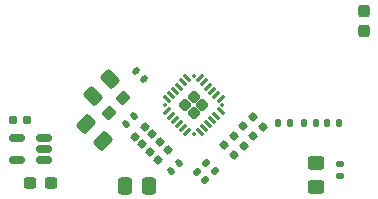
<source format=gtp>
G04 #@! TF.GenerationSoftware,KiCad,Pcbnew,9.0.4*
G04 #@! TF.CreationDate,2025-08-20T21:16:51-04:00*
G04 #@! TF.ProjectId,jlcpcb_1x1,6a6c6370-6362-45f3-9178-312e6b696361,rev?*
G04 #@! TF.SameCoordinates,Original*
G04 #@! TF.FileFunction,Paste,Top*
G04 #@! TF.FilePolarity,Positive*
%FSLAX46Y46*%
G04 Gerber Fmt 4.6, Leading zero omitted, Abs format (unit mm)*
G04 Created by KiCad (PCBNEW 9.0.4) date 2025-08-20 21:16:51*
%MOMM*%
%LPD*%
G01*
G04 APERTURE LIST*
G04 Aperture macros list*
%AMRoundRect*
0 Rectangle with rounded corners*
0 $1 Rounding radius*
0 $2 $3 $4 $5 $6 $7 $8 $9 X,Y pos of 4 corners*
0 Add a 4 corners polygon primitive as box body*
4,1,4,$2,$3,$4,$5,$6,$7,$8,$9,$2,$3,0*
0 Add four circle primitives for the rounded corners*
1,1,$1+$1,$2,$3*
1,1,$1+$1,$4,$5*
1,1,$1+$1,$6,$7*
1,1,$1+$1,$8,$9*
0 Add four rect primitives between the rounded corners*
20,1,$1+$1,$2,$3,$4,$5,0*
20,1,$1+$1,$4,$5,$6,$7,0*
20,1,$1+$1,$6,$7,$8,$9,0*
20,1,$1+$1,$8,$9,$2,$3,0*%
%AMFreePoly0*
4,1,25,0.251037,0.433748,0.282717,0.409439,0.409439,0.282717,0.449030,0.214145,0.454242,0.174554,0.454242,-0.174554,0.433748,-0.251037,0.409439,-0.282717,0.282717,-0.409439,0.214145,-0.449030,0.174554,-0.454242,-0.174554,-0.454242,-0.251037,-0.433748,-0.282717,-0.409439,-0.409439,-0.282717,-0.449030,-0.214145,-0.454242,-0.174554,-0.454242,0.174554,-0.433748,0.251037,-0.409439,0.282717,
-0.282717,0.409439,-0.214145,0.449030,-0.174554,0.454242,0.174554,0.454242,0.251037,0.433748,0.251037,0.433748,$1*%
G04 Aperture macros list end*
%ADD10FreePoly0,45.000000*%
%ADD11RoundRect,0.062500X-0.185616X-0.274004X0.274004X0.185616X0.185616X0.274004X-0.274004X-0.185616X0*%
%ADD12RoundRect,0.062500X0.185616X-0.274004X0.274004X-0.185616X-0.185616X0.274004X-0.274004X0.185616X0*%
%ADD13RoundRect,0.062500X0.000000X-0.088388X0.088388X0.000000X0.000000X0.088388X-0.088388X0.000000X0*%
%ADD14RoundRect,0.160000X0.026517X0.252791X-0.252791X-0.026517X-0.026517X-0.252791X0.252791X0.026517X0*%
%ADD15RoundRect,0.135000X-0.135000X-0.185000X0.135000X-0.185000X0.135000X0.185000X-0.135000X0.185000X0*%
%ADD16RoundRect,0.160000X-0.252791X0.026517X0.026517X-0.252791X0.252791X-0.026517X-0.026517X0.252791X0*%
%ADD17RoundRect,0.140000X-0.021213X0.219203X-0.219203X0.021213X0.021213X-0.219203X0.219203X-0.021213X0*%
%ADD18RoundRect,0.250000X0.337500X0.475000X-0.337500X0.475000X-0.337500X-0.475000X0.337500X-0.475000X0*%
%ADD19RoundRect,0.135000X0.135000X0.185000X-0.135000X0.185000X-0.135000X-0.185000X0.135000X-0.185000X0*%
%ADD20RoundRect,0.250000X-0.450000X0.325000X-0.450000X-0.325000X0.450000X-0.325000X0.450000X0.325000X0*%
%ADD21RoundRect,0.237500X-0.300000X-0.237500X0.300000X-0.237500X0.300000X0.237500X-0.300000X0.237500X0*%
%ADD22RoundRect,0.150000X0.512500X0.150000X-0.512500X0.150000X-0.512500X-0.150000X0.512500X-0.150000X0*%
%ADD23RoundRect,0.140000X0.219203X0.021213X0.021213X0.219203X-0.219203X-0.021213X-0.021213X-0.219203X0*%
%ADD24RoundRect,0.135000X0.226274X0.035355X0.035355X0.226274X-0.226274X-0.035355X-0.035355X-0.226274X0*%
%ADD25RoundRect,0.250000X-0.097227X0.574524X-0.574524X0.097227X0.097227X-0.574524X0.574524X-0.097227X0*%
%ADD26RoundRect,0.160000X0.197500X0.160000X-0.197500X0.160000X-0.197500X-0.160000X0.197500X-0.160000X0*%
%ADD27RoundRect,0.237500X-0.044194X-0.380070X0.380070X0.044194X0.044194X0.380070X-0.380070X-0.044194X0*%
%ADD28RoundRect,0.135000X-0.226274X-0.035355X-0.035355X-0.226274X0.226274X0.035355X0.035355X0.226274X0*%
%ADD29RoundRect,0.250000X0.574524X0.097227X0.097227X0.574524X-0.574524X-0.097227X-0.097227X-0.574524X0*%
%ADD30RoundRect,0.237500X-0.237500X0.300000X-0.237500X-0.300000X0.237500X-0.300000X0.237500X0.300000X0*%
%ADD31RoundRect,0.135000X-0.185000X0.135000X-0.185000X-0.135000X0.185000X-0.135000X0.185000X0.135000X0*%
G04 APERTURE END LIST*
D10*
G04 #@! TO.C,TAC5212*
X38477104Y-35440514D03*
X39166533Y-36129943D03*
X39166533Y-34751085D03*
X39855962Y-35440514D03*
D11*
X36877275Y-35962005D03*
X37230828Y-36315559D03*
X37584382Y-36669112D03*
X37937935Y-37022665D03*
X38291488Y-37376219D03*
X38645042Y-37729772D03*
D12*
X39688024Y-37729772D03*
X40041578Y-37376219D03*
X40395131Y-37022665D03*
X40748684Y-36669112D03*
X41102238Y-36315559D03*
X41455791Y-35962005D03*
D11*
X41455791Y-34919023D03*
X41102238Y-34565469D03*
X40748684Y-34211916D03*
X40395131Y-33858363D03*
X40041578Y-33504809D03*
X39688024Y-33151256D03*
D12*
X38645042Y-33151256D03*
X38291488Y-33504809D03*
X37937935Y-33858363D03*
X37584382Y-34211916D03*
X37230828Y-34565469D03*
X36877275Y-34919023D03*
D13*
X36734086Y-35440514D03*
X39166533Y-37872961D03*
X41598980Y-35440514D03*
X39166533Y-33008067D03*
G04 #@! TD*
D14*
G04 #@! TO.C,R117*
X35514586Y-39435455D03*
X36359578Y-38590463D03*
G04 #@! TD*
G04 #@! TO.C,R119*
X34171083Y-38091952D03*
X35016075Y-37246960D03*
G04 #@! TD*
D15*
G04 #@! TO.C,R123*
X50487500Y-36955000D03*
X51507500Y-36955000D03*
G04 #@! TD*
D16*
G04 #@! TO.C,R110*
X45019996Y-37277496D03*
X44175004Y-36432504D03*
G04 #@! TD*
D17*
G04 #@! TO.C,C112*
X37936911Y-40315589D03*
X37258089Y-40994411D03*
G04 #@! TD*
D14*
G04 #@! TO.C,R118*
X36186337Y-40107207D03*
X37031329Y-39262215D03*
G04 #@! TD*
D18*
G04 #@! TO.C,C111*
X35435000Y-42255000D03*
X33360000Y-42255000D03*
G04 #@! TD*
D16*
G04 #@! TO.C,R114*
X42619996Y-39677496D03*
X41775004Y-38832504D03*
G04 #@! TD*
D19*
G04 #@! TO.C,R124*
X47307500Y-36955000D03*
X46287500Y-36955000D03*
G04 #@! TD*
D16*
G04 #@! TO.C,R113*
X43419996Y-38877496D03*
X42575004Y-38032504D03*
G04 #@! TD*
D20*
G04 #@! TO.C,D116*
X49572500Y-40305000D03*
X49572500Y-42355000D03*
G04 #@! TD*
D21*
G04 #@! TO.C,C128*
X25335000Y-42055000D03*
X27060000Y-42055000D03*
G04 #@! TD*
D14*
G04 #@! TO.C,R115*
X34842834Y-38763704D03*
X35687826Y-37918712D03*
G04 #@! TD*
D19*
G04 #@! TO.C,R122*
X49507500Y-36955000D03*
X48487500Y-36955000D03*
G04 #@! TD*
D22*
G04 #@! TO.C,U108*
X26535000Y-40105000D03*
X26535000Y-39155000D03*
X26535000Y-38205000D03*
X24260000Y-38205000D03*
X24260000Y-40105000D03*
G04 #@! TD*
D23*
G04 #@! TO.C,C109*
X34936911Y-33194411D03*
X34258089Y-32515589D03*
G04 #@! TD*
D24*
G04 #@! TO.C,R120*
X40958124Y-41015624D03*
X40236876Y-40294376D03*
G04 #@! TD*
D16*
G04 #@! TO.C,R112*
X44219996Y-38077496D03*
X43375004Y-37232504D03*
G04 #@! TD*
D25*
G04 #@! TO.C,C108*
X32131123Y-33221377D03*
X30663877Y-34688623D03*
G04 #@! TD*
D26*
G04 #@! TO.C,R125*
X23900000Y-36655000D03*
X25095000Y-36655000D03*
G04 #@! TD*
D17*
G04 #@! TO.C,C116*
X34136911Y-36315589D03*
X33458089Y-36994411D03*
G04 #@! TD*
D27*
G04 #@! TO.C,C119*
X31987620Y-36064880D03*
X33207380Y-34845120D03*
G04 #@! TD*
D28*
G04 #@! TO.C,R121*
X39436876Y-41094376D03*
X40158124Y-41815624D03*
G04 #@! TD*
D29*
G04 #@! TO.C,C115*
X31531123Y-38488623D03*
X30063877Y-37021377D03*
G04 #@! TD*
D30*
G04 #@! TO.C,C118*
X53597500Y-27442500D03*
X53597500Y-29167500D03*
G04 #@! TD*
D31*
G04 #@! TO.C,R126*
X51597500Y-40445000D03*
X51597500Y-41465000D03*
G04 #@! TD*
M02*

</source>
